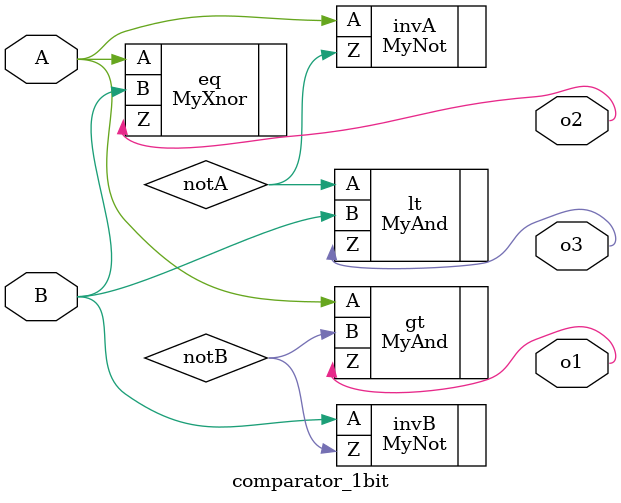
<source format=v>

module comparator_1bit (
  input A,
  input B,
  output o1,  // A > B
  output o2,  // A == B
  output o3   // A < B
);
  wire notB, notA, A_gt_B, A_lt_B, A_eq_B;

  // A > B: A & ~B
  MyNot invB(.A(B), .Z(notB));
  MyAnd gt(.A(A), .B(notB), .Z(o1));

  // A < B: ~A & B
  MyNot invA(.A(A), .Z(notA));
  MyAnd lt(.A(notA), .B(B), .Z(o3));

  // A == B: ~(A ^ B)
  MyXnor eq(.A(A), .B(B), .Z(o2));

endmodule

</source>
